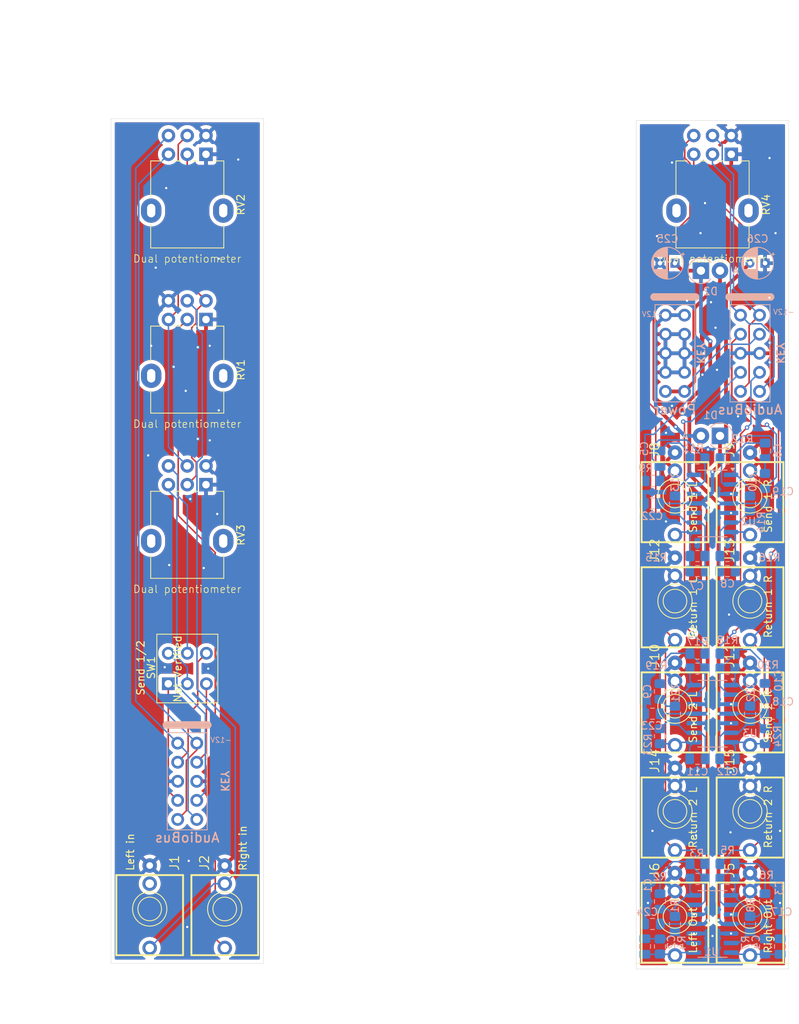
<source format=kicad_pcb>
(kicad_pcb (version 20240108) (generator "pcbnew") (generator_version "8.0")
  (layers (0 "F.Cu" signal) (31 "B.Cu" signal) (34 "B.Paste" user) (35 "F.Paste" user) (36 "B.SilkS" user "B.Silkscreen") (37 "F.SilkS" user "F.Silkscreen") (38 "B.Mask" user) (39 "F.Mask" user) (44 "Edge.Cuts" user))
  (net 0 "")
  (net 1 "Net-(C1-Pad2)")
  (net 2 "Net-(U1A--)")
  (net 3 "Net-(C2-Pad2)")
  (net 4 "Net-(U1B--)")
  (net 5 "Net-(C3-Pad2)")
  (net 6 "Net-(U1D--)")
  (net 7 "Net-(U1C--)")
  (net 8 "Net-(C4-Pad2)")
  (net 9 "Net-(U2A--)")
  (net 10 "Net-(C5-Pad2)")
  (net 11 "Net-(C6-Pad2)")
  (net 12 "Net-(U2D--)")
  (net 13 "Net-(U2B--)")
  (net 14 "Net-(C7-Pad2)")
  (net 15 "Net-(C8-Pad2)")
  (net 16 "Net-(U2C--)")
  (net 17 "Net-(U3A--)")
  (net 18 "Net-(C9-Pad2)")
  (net 19 "Net-(C10-Pad2)")
  (net 20 "Net-(U3D--)")
  (net 21 "Net-(C11-Pad2)")
  (net 22 "Net-(U3B--)")
  (net 23 "Net-(C12-Pad2)")
  (net 24 "Net-(U3C--)")
  (net 25 "GND")
  (net 26 "+12V")
  (net 27 "-12V")
  (net 28 "Net-(D1-A)")
  (net 29 "Net-(D2-A)")
  (net 31 "Net-(J1-PadT)")
  (net 32 "Net-(J2-PadT)")
  (net 33 "Ch Main R")
  (net 34 "Ch Send 2 L")
  (net 35 "Ch Send 2 R")
  (net 36 "Ch Main L")
  (net 37 "Ch Send 1 R")
  (net 38 "Ch Send 1 L")
  (net 39 "Main R")
  (net 40 "Main L")
  (net 41 "Send 2 L")
  (net 42 "Send 1 R")
  (net 43 "Send 2 R")
  (net 44 "Send 1 L")
  (net 45 "Return 1 L")
  (net 46 "Return 1 R")
  (net 47 "Net-(RV1-Pad3)")
  (net 48 "Net-(RV1-Pad4)")
  (net 49 "Net-(SW1B-B)")
  (net 50 "Net-(SW1A-B)")
  (footprint "mort_mix:PJ398SM" (layer "F.Cu") (at 94.4 155.75 90)
    (property "Reference" "J6")
    (property "Value" "Left Out")
  )
  (footprint "mort_mix:PJ398SM" (layer "F.Cu") (at 104.4 141.75 90)
    (property "Reference" "J15")
    (property "Value" "Return 2 R")
  )
  (footprint "mort_mix:PJ398SM" (layer "F.Cu") (at 94.4 141.75 90)
    (property "Reference" "J14")
    (property "Value" "Return 2 L")
  )
  (footprint "mort_mix:PJ398SM" (layer "F.Cu") (at 94.4 127.75 90)
    (property "Reference" "J10")
    (property "Value" "Send 2 L")
  )
  (footprint "mort_mix:PJ398SM" (layer "F.Cu") (at 104.4 127.75 90)
    (property "Reference" "J11")
    (property "Value" "Send 2 R")
  )
  (footprint "mort_mix:Potentiometer_Alpha_RD901F-40-00D_dual_Vertical_withhole" (layer "F.Cu") (at 99.4 61.75 -90)
    (property "Reference" "RV4")
    (property "Value" "Main Volume")
  )
  (footprint "mort_mix:Potentiometer_Alpha_RD901F-40-00D_dual_Vertical_withhole" (layer "F.Cu") (at 29.4 83.75 -90)
    (property "Reference" "RV1")
    (property "Value" "Panning")
  )
  (footprint "mort_mix:PJ398SM" (layer "F.Cu") (at 104.4 99.75 90)
    (property "Reference" "J9")
    (property "Value" "Send 1 R")
  )
  (footprint "mort_mix:PJ398SM" (layer "F.Cu") (at 24.4 154.75 90)
    (property "Reference" "J1")
    (property "Value" "Left in")
  )
  (footprint "mort_mix:Potentiometer_Alpha_RD901F-40-00D_dual_Vertical_withhole" (layer "F.Cu") (at 29.4 61.75 -90)
    (property "Reference" "RV2")
    (property "Value" "Volume")
  )
  (footprint "mort_mix:Potentiometer_Alpha_RD901F-40-00D_dual_Vertical_withhole" (layer "F.Cu") (at 29.4 105.75 -90)
    (property "Reference" "RV3")
    (property "Value" "Send")
  )
  (footprint "mort_mix:PJ398SM" (layer "F.Cu") (at 104.4 113.75 90)
    (property "Reference" "J13")
    (property "Value" "Return 1 R")
  )
  (footprint "mort_mix:PJ398SM" (layer "F.Cu") (at 104.4 155.75 90)
    (property "Reference" "J5")
    (property "Value" "Right Out")
  )
  (footprint "PCM_4ms_Switch:Switch_Toggle_DPDT_SubMini" (layer "F.Cu") (at 29.4 122.75 90)
    (property "Reference" "SW1")
    (property "Value" "Send 1/2")
  )
  (footprint "mort_mix:PJ398SM" (layer "F.Cu") (at 94.4 113.75 90)
    (property "Reference" "J12")
    (property "Value" "Return 1 L")
  )
  (footprint "mort_mix:PJ398SM" (layer "F.Cu") (at 34.4 154.75 90)
    (property "Reference" "J2")
    (property "Value" "Right in")
  )
  (footprint "mort_mix:PJ398SM" (layer "F.Cu") (at 94.4 99.75 90)
    (property "Reference" "J8")
    (property "Value" "Send 1 L")
  )
  (footprint "mort_mix:Pins_2x05_2.54mm_TH_Europower_shrouded" (layer "B.Cu") (at 104.4 80.75 180)
    (property "Reference" "J4" (hide yes))
    (property "Value" "AudioBus")
  )
  (footprint "Resistor_SMD:R_0805_2012Metric_Pad1.20x1.40mm_HandSolder" (layer "B.Cu") (at 101.4 148.75 180)
    (property "Reference" "R5")
    (property "Value" "100k")
  )
  (footprint "mort_mix:Pins_2x05_2.54mm_TH_Europower_shrouded" (layer "B.Cu") (at 94.4 80.75 180)
    (property "Reference" "J16" (hide yes))
    (property "Value" "Power")
  )
  (footprint "Capacitor_SMD:C_0805_2012Metric_Pad1.18x1.45mm_HandSolder" (layer "B.Cu") (at 90.4 159.75 -90)
    (property "Reference" "C2")
    (property "Value" "10pF")
  )
  (footprint "Resistor_SMD:R_0805_2012Metric_Pad1.20x1.40mm_HandSolder" (layer "B.Cu") (at 101.4 107.75 180)
    (property "Reference" "R16")
    (property "Value" "100k")
  )
  (footprint "Capacitor_SMD:C_0805_2012Metric_Pad1.18x1.45mm_HandSolder" (layer "B.Cu") (at 97.4 134.75 180)
    (property "Reference" "C11")
    (property "Value" "10pF")
  )
  (footprint "Resistor_SMD:R_0805_2012Metric_Pad1.20x1.40mm_HandSolder" (layer "B.Cu") (at 101.4 122.75 180)
    (property "Reference" "R20")
    (property "Value" "100k")
  )
  (footprint "Resistor_SMD:R_0805_2012Metric_Pad1.20x1.40mm_HandSolder" (layer "B.Cu") (at 94.4 128.75 -90)
    (property "Reference" "R21")
    (property "Value" "50k")
  )
  (footprint "Capacitor_SMD:C_0805_2012Metric_Pad1.18x1.45mm_HandSolder" (layer "B.Cu") (at 92.4 153.75 -90)
    (property "Reference" "C1")
    (property "Value" "10pF")
  )
  (footprint "Resistor_SMD:R_0805_2012Metric_Pad1.20x1.40mm_HandSolder" (layer "B.Cu") (at 104.4 100.75 90)
    (property "Reference" "R14")
    (property "Value" "50k")
  )
  (footprint "Capacitor_SMD:C_0805_2012Metric_Pad1.18x1.45mm_HandSolder" (layer "B.Cu") (at 91.4 128.75)
    (property "Reference" "C23")
    (property "Value" "100nF")
  )
  (footprint "Resistor_SMD:R_0805_2012Metric_Pad1.20x1.40mm_HandSolder" (layer "B.Cu") (at 97.4 107.75 180)
    (property "Reference" "R15")
    (property "Value" "100k")
  )
  (footprint "Capacitor_THT:CP_Radial_D4.0mm_P2.00mm" (layer "B.Cu") (at 94.4 68.75 180)
    (property "Reference" "C25")
    (property "Value" "10uF / 25")
  )
  (footprint "mort_mix:Pins_2x05_2.54mm_TH_Europower_shrouded" (layer "B.Cu") (at 29.4 137.75 180)
    (property "Reference" "J3" (hide yes))
    (property "Value" "AudioBus")
  )
  (footprint "Capacitor_SMD:C_0805_2012Metric_Pad1.18x1.45mm_HandSolder" (layer "B.Cu") (at 108.4 159.75 -90)
    (property "Reference" "C4")
    (property "Value" "10pF")
  )
  (footprint "Capacitor_SMD:C_0805_2012Metric_Pad1.18x1.45mm_HandSolder" (layer "B.Cu") (at 91.3625 100.75)
    (property "Reference" "C22")
    (property "Value" "100nF")
  )
  (footprint "Resistor_SMD:R_0805_2012Metric_Pad1.20x1.40mm_HandSolder" (layer "B.Cu") (at 101.4 150.75 180)
    (property "Reference" "R6")
    (property "Value" "100k")
  )
  (footprint "Capacitor_SMD:C_0805_2012Metric_Pad1.18x1.45mm_HandSolder" (layer "B.Cu") (at 101.4 134.75)
    (property "Reference" "C12")
    (property "Value" "10pF")
  )
  (footprint "Resistor_SMD:R_0805_2012Metric_Pad1.20x1.40mm_HandSolder" (layer "B.Cu") (at 97.4 120.75)
    (property "Reference" "R17")
    (property "Value" "100k")
  )
  (footprint "Resistor_SMD:R_0805_2012Metric_Pad1.20x1.40mm_HandSolder" (layer "B.Cu") (at 106.4 131.75 90)
    (property "Reference" "R24")
    (property "Value" "100k")
  )
  (footprint "Capacitor_SMD:C_0805_2012Metric_Pad1.18x1.45mm_HandSolder" (layer "B.Cu") (at 91.4 156.75)
    (property "Reference" "C24")
    (property "Value" "100nF")
  )
  (footprint "Capacitor_SMD:C_0805_2012Metric_Pad1.18x1.45mm_HandSolder" (layer "B.Cu") (at 107.4 128.75 180)
    (property "Reference" "C18")
    (property "Value" "100nF")
  )
  (footprint "Diode_THT:D_DO-41_SOD81_P2.54mm_Vertical_AnodeUp" (layer "B.Cu") (at 100.4 91.75 180)
    (property "Reference" "D1")
    (property "Value" "1N5819")
  )
  (footprint "Resistor_SMD:R_0805_2012Metric_Pad1.20x1.40mm_HandSolder" (layer "B.Cu") (at 97.4 94.75)
    (property "Reference" "R11")
    (property "Value" "100k")
  )
  (footprint "Capacitor_SMD:C_0805_2012Metric_Pad1.18x1.45mm_HandSolder" (layer "B.Cu") (at 97.4 109.75 180)
    (property "Reference" "C7")
    (property "Value" "10pF")
  )
  (footprint "Resistor_SMD:R_0805_2012Metric_Pad1.20x1.40mm_HandSolder" (layer "B.Cu") (at 91.4 97.75 180)
    (property "Reference" "R9")
    (property "Value" "100k")
  )
  (footprint "Resistor_SMD:R_0805_2012Metric_Pad1.20x1.40mm_HandSolder" (layer "B.Cu") (at 106.4 159.75 90)
    (property "Reference" "R7")
    (property "Value" "100k")
  )
  (footprint "Capacitor_SMD:C_0805_2012Metric_Pad1.18x1.45mm_HandSolder" (layer "B.Cu") (at 101.4 109.75)
    (property "Reference" "C8")
    (property "Value" "10pF")
  )
  (footprint "Resistor_SMD:R_0805_2012Metric_Pad1.20x1.40mm_HandSolder" (layer "B.Cu") (at 92.4 131.75 -90)
    (property "Reference" "R23")
    (property "Value" "100k")
  )
  (footprint "Resistor_SMD:R_0805_2012Metric_Pad1.20x1.40mm_HandSolder" (layer "B.Cu") (at 104.4 156.75 90)
    (property "Reference" "R8")
    (property "Value" "50k")
  )
  (footprint "Resistor_SMD:R_0805_2012Metric_Pad1.20x1.40mm_HandSolder" (layer "B.Cu") (at 101.4 120.75 180)
    (property "Reference" "R18")
    (property "Value" "100k")
  )
  (footprint "Capacitor_SMD:C_0805_2012Metric_Pad1.18x1.45mm_HandSolder" (layer "B.Cu") (at 92.4 125.7875 -90)
    (property "Reference" "C9")
    (property "Value" "10pF")
  )
  (footprint "Capacitor_SMD:C_0805_2012Metric_Pad1.18x1.45mm_HandSolder" (layer "B.Cu") (at 106.4 125.75 -90)
    (property "Reference" "C10")
    (property "Value" "10pF")
  )
  (footprint "Resistor_SMD:R_0805_2012Metric_Pad1.20x1.40mm_HandSolder" (layer "B.Cu") (at 97.4 150.75)
    (property "Reference" "R2")
    (property "Value" "100k")
  )
  (footprint "Diode_THT:D_DO-41_SOD81_P2.54mm_Vertical_AnodeUp" (layer "B.Cu") (at 97.86 69.75)
    (property "Reference" "D2")
    (property "Value" "1N5819")
  )
  (footprint "Package_SO:SOIC-14_3.9x8.7mm_P1.27mm" (layer "B.Cu") (at 99.4 100.75 180)
    (property "Reference" "U2")
    (property "Value" "TL074")
  )
  (footprint "Capacitor_SMD:C_0805_2012Metric_Pad1.18x1.45mm_HandSolder" (layer "B.Cu") (at 106.4 93.75 90)
    (property "Reference" "C6")
    (property "Value" "10pF")
  )
  (footprint "Capacitor_SMD:C_0805_2012Metric_Pad1.18x1.45mm_HandSolder" (layer "B.Cu") (at 106.4 153.75 -90)
    (property "Reference" "C3")
    (property "Value" "10pF")
  )
  (footprint "Resistor_SMD:R_0805_2012Metric_Pad1.20x1.40mm_HandSolder" (layer "B.Cu") (at 97.4 148.75)
    (property "Reference" "R3")
    (property "Value" "100k")
  )
  (footprint "Capacitor_SMD:C_0805_2012Metric_Pad1.18x1.45mm_HandSolder" (layer "B.Cu") (at 107.4375 100.75 180)
    (property "Reference" "C19")
    (property "Value" "100nF")
  )
  (footprint "Resistor_SMD:R_0805_2012Metric_Pad1.20x1.40mm_HandSolder" (layer "B.Cu") (at 92.4 159.75 -90)
    (property "Reference" "R4")
    (property "Value" "100k")
  )
  (footprint "Capacitor_SMD:C_0805_2012Metric_Pad1.18x1.45mm_HandSolder" (layer "B.Cu") (at 92.4 94.7875 90)
    (property "Reference" "C5")
    (property "Value" "10pF")
  )
  (footprint "Package_SO:SOIC-14_3.9x8.7mm_P1.27mm" (layer "B.Cu") (at 99.4 128.75 180)
    (property "Reference" "U3")
    (property "Value" "TL074")
  )
  (footprint "Resistor_SMD:R_0805_2012Metric_Pad1.20x1.40mm_HandSolder" (layer "B.Cu") (at 94.4 100.75 -90)
    (property "Reference" "R13")
    (property "Value" "50k")
  )
  (footprint "Resistor_SMD:R_0805_2012Metric_Pad1.20x1.40mm_HandSolder" (layer "B.Cu") (at 101.4 94.75 180)
    (property "Reference" "R12")
    (property "Value" "100k")
  )
  (footprint "Resistor_SMD:R_0805_2012Metric_Pad1.20x1.40mm_HandSolder" (layer "B.Cu") (at 104.4 128.75 90)
    (property "Reference" "R22")
    (property "Value" "50k")
  )
  (footprint "Resistor_SMD:R_0805_2012Metric_Pad1.20x1.40mm_HandSolder" (layer "B.Cu") (at 94.4 156.75 -90)
    (property "Reference" "R1")
    (property "Value" "50k")
  )
  (footprint "Resistor_SMD:R_0805_2012Metric_Pad1.20x1.40mm_HandSolder" (layer "B.Cu") (at 97.4 122.75)
    (property "Reference" "R19")
    (property "Value" "100k")
  )
  (footprint "Resistor_SMD:R_0805_2012Metric_Pad1.20x1.40mm_HandSolder" (layer "B.Cu") (at 106.4 97.75 -90)
    (property "Reference" "R10")
    (property "Value" "100k")
  )
  (footprint "Capacitor_THT:CP_Radial_D4.0mm_P2.00mm" (layer "B.Cu") (at 106.4 68.75 180)
    (property "Reference" "C26")
    (property "Value" "10uF / 25")
  )
  (footprint "Capacitor_SMD:C_0805_2012Metric_Pad1.18x1.45mm_HandSolder" (layer "B.Cu") (at 107.4 156.75 180)
    (property "Reference" "C17")
    (property "Value" "100nF")
  )
  (footprint "Package_SO:SOIC-14_3.9x8.7mm_P1.27mm" (layer "B.Cu") (at 99.4 156.75 180)
    (property "Reference" "U1")
    (property "Value" "TL074")
  )
  (gr_line (start 89.24 162) (end 109.56 162) (stroke (width 0.1)) (layer "F.SilkS"))
  (gr_rect (start 19.24 49.5) (end 39.56 162) (stroke (width 0.05)) (fill none) (layer "Edge.Cuts"))
  (gr_rect (start 89.24 49.75) (end 109.56 162.75) (stroke (width 0.05)) (fill none) (layer "Edge.Cuts"))
  (segment (start 94.4 154.490001) (end 94.4 155.75) (width 0.2) (layer "B.Cu") (net 1))
  (segment (start 95.950001 152.94) (end 94.4 154.490001) (width 0.2) (layer "B.Cu") (net 1))
  (segment (start 96.4 152.415) (end 96.925 152.94) (width 0.2) (layer "B.Cu") (net 1))
  (segment (start 96.4 150.75) (end 96.4 152.415) (width 0.2) (layer "B.Cu") (net 1))
  (segment (start 96.925 152.94) (end 95.950001 152.94) (width 0.2) (layer "B.Cu") (net 1))
  (segment (start 92.4 154.7875) (end 93.4375 154.7875) (width 0.2) (layer "B.Cu") (net 1))
  (segment (start 93.4375 154.7875) (end 94.4 155.75) (width 0.2) (layer "B.Cu") (net 1))
  (segment (start 102.4437 148.7063) (end 102.4 148.75) (width 0.2) (layer "B.Cu") (net 2))
  (segment (start 100.4 153.709999) (end 100.900001 154.21) (width 0.2) (layer "B.Cu") (net 2))
  (segment (start 102.4 148.75) (end 102.5943 148.75) (width 0.2) (layer "B.Cu") (net 2))
  (segment (start 105.3563 148.7063) (end 102.4437 148.7063) (width 0.2) (layer "B.Cu") (net 2))
  (segment (start 106.4 149.75) (end 105.3563 148.7063) (width 0.2) (layer "B.Cu") (net 2))
  (segment (start 100.4 153.709999) (end 100.4 150.75) (width 0.2) (layer "B.Cu") (net 2))
  (segment (start 100.900001 154.21) (end 101.875 154.21) (width 0.2) (layer "B.Cu") (net 2))
  (segment (start 106.4 152.7125) (end 105.861263 152.7125) (width 0.2) (layer "B.Cu") (net 2))
  (segment (start 106.4 152.7125) (end 106.4 149.75) (width 0.2) (layer "B.Cu") (net 2))
  (segment (start 100.4 150.75) (end 102.4 148.75) (width 0.2) (layer "B.Cu") (net 2))
  (segment (start 94.7843 160.56) (end 94.4 160.9443) (width 0.2) (layer "B.Cu") (net 3))
  (segment (start 94.2432 160.7875) (end 94.4 160.9443) (width 0.2) (layer "B.Cu") (net 3))
  (segment (start 90.4 160.7875) (end 94.2432 160.7875) (width 0.2) (layer "B.Cu") (net 3))
  (segment (start 96.925 160.56) (end 94.7843 160.56) (width 0.2) (layer "B.Cu") (net 3))
  (segment (start 102.86 159.29) (end 104.4 157.75) (width 0.2) (layer "B.Cu") (net 4))
  (segment (start 105.3625 158.7125) (end 104.4 157.75) (width 0.2) (layer "B.Cu") (net 4))
  (segment (start 101.875 159.29) (end 102.86 159.29) (width 0.2) (layer "B.Cu") (net 4))
  (segment (start 108.4 158.7125) (end 105.3625 158.7125) (width 0.2) (layer "B.Cu") (net 4))
  (segment (start 105.4375 155.75) (end 106.4 154.7875) (width 0.2) (layer "B.Cu") (net 5))
  (segment (start 102.4 152.415) (end 101.875 152.94) (width 0.2) (layer "B.Cu") (net 5))
  (segment (start 102.4 150.75) (end 102.4 152.415) (width 0.2) (layer "B.Cu") (net 5))
  (segment (start 104.4 155.75) (end 105.4375 155.75) (width 0.2) (layer "B.Cu") (net 5))
  (segment (start 102.220552 152.94) (end 101.875 152.94) (width 0.2) (layer "B.Cu") (net 5))
  (segment (start 104.4 155.119448) (end 102.220552 152.94) (width 0.2) (layer "B.Cu") (net 5))
  (segment (start 104.4 155.75) (end 104.4 155.119448) (width 0.2) (layer "B.Cu") (net 5))
  (segment (start 96.1 148.45) (end 96.4 148.75) (width 0.2) (layer "B.Cu") (net 6))
  (segment (start 96.4 148.75) (end 98.4 150.75) (width 0.2) (layer "B.Cu") (net 6))
  (segment (start 98.4 150.75) (end 98.4 153.709999) (width 0.2) (layer "B.Cu") (net 6))
  (segment (start 96.4 148.75) (end 96.2057 148.75) (width 0.2) (layer "B.Cu") (net 6))
  (segment (start 92.4 150.182237) (end 94.132237 148.45) (width 0.2) (layer "B.Cu") (net 6))
  (segment (start 98.4 153.709999) (end 97.899999 154.21) (width 0.2) (layer "B.Cu") (net 6))
  (segment (start 97.899999 154.21) (end 96.925 154.21) (width 0.2) (layer "B.Cu") (net 6))
  (segment (start 92.4 152.7125) (end 92.4 150.182237) (width 0.2) (layer "B.Cu") (net 6))
  (segment (start 94.132237 148.45) (end 96.1 148.45) (width 0.2) (layer "B.Cu") (net 6))
  (segment (start 96.925 159.29) (end 95.94 159.29) (width 0.2) (layer "B.Cu") (net 7))
  (segment (start 93.4375 158.7125) (end 94.4 157.75) (width 0.2) (layer "B.Cu") (net 7))
  (segment (start 90.4 158.7125) (end 93.4375 158.7125) (width 0.2) (layer "B.Cu") (net 7))
  (segment (start 95.94 159.29) (end 94.4 157.75) (width 0.2) (layer "B.Cu") (net 7))
  (segment (start 102.1025 160.7875) (end 101.875 160.56) (width 0.2) (layer "B.Cu") (net 8))
  (segment (start 108.4 160.7875) (end 102.1025 160.7875) (width 0.2) (layer "B.Cu") (net 8))
  (segment (start 107.425 92.140256) (end 107.034744 91.75) (width 0.2) (layer "B.Cu") (net 9))
  (segment (start 106.4 96.75) (end 106.4 94.7875) (width 0.2) (layer "B.Cu") (net 9))
  (segment (start 100.6 94.95) (end 100.6 97.909999) (width 0.2) (layer "B.Cu") (net 9))
  (segment (start 103.4 91.75) (end 100.4 94.75) (width 0.2) (layer "B.Cu") (net 9))
  (segment (start 106.4 94.7875) (end 107.425 93.7625) (width 0.2) (layer "B.Cu") (net 9))
  (segment (start 107.034744 91.75) (end 103.4 91.75) (width 0.2) (layer "B.Cu") (net 9))
  (segment (start 100.900001 98.21) (end 101.875 98.21) (width 0.2) (layer "B.Cu") (net 9))
  (segment (start 100.4 94.75) (end 100.6 94.95) (width 0.2) (layer "B.Cu") (net 9))
  (segment (start 107.425 93.7625) (end 107.425 92.140256) (width 0.2) (layer "B.Cu") (net 9))
  (segment (start 100.6 97.909999) (end 100.900001 98.21) (width 0.2) (layer "B.Cu") (net 9))
  (segment (start 93.4437 92.7063) (end 95.0563 92.7063) (width 0.2) (layer "B.Cu") (net 10))
  (segment (start 92.4 93.75) (end 93.4437 92.7063) (width 0.2) (layer "B.Cu") (net 10))
  (segment (start 94.4 99.119448) (end 96.579448 96.94) (width 0.2) (layer "B.Cu") (net 10))
  (segment (start 95.0563 92.7063) (end 96.4 94.05) (width 0.2) (layer "B.Cu") (net 10))
  (segment (start 96.4 94.75) (end 96.4 96.415) (width 0.2) (layer "B.Cu") (net 10))
  (segment (start 96.4 94.05) (end 96.4 94.75) (width 0.2) (layer "B.Cu") (net 10))
  (segment (start 96.4 96.415) (end 96.925 96.94) (width 0.2) (layer "B.Cu") (net 10))
  (segment (start 96.579448 96.94) (end 96.925 96.94) (width 0.2) (layer "B.Cu") (net 10))
  (segment (start 94.4 99.75) (end 94.4 99.119448) (width 0.2) (layer "B.Cu") (net 10))
  (segment (start 103.875937 92.7063) (end 102.4 94.182237) (width 0.2) (layer "B.Cu") (net 11))
  (segment (start 106.3938 92.7063) (end 103.875937 92.7063) (width 0.2) (layer "B.Cu") (net 11))
  (segment (start 102.4 94.182237) (end 102.4 94.75) (width 0.2) (layer "B.Cu") (net 11))
  (segment (start 104.4 98.75) (end 102.59 96.94) (width 0.2) (layer "B.Cu") (net 11))
  (segment (start 101.875 96.94) (end 102.4 96.415) (width 0.2) (layer "B.Cu") (net 11))
  (segment (start 102.4 96.415) (end 102.4 94.75) (width 0.2) (layer "B.Cu") (net 11))
  (segment (start 106.4 92.7125) (end 106.3938 92.7063) (width 0.2) (layer "B.Cu") (net 11))
  (segment (start 104.4 99.75) (end 104.4 98.75) (width 0.2) (layer "B.Cu") (net 11))
  (segment (start 102.59 96.94) (end 101.875 96.94) (width 0.2) (layer "B.Cu") (net 11))
  (segment (start 91.375 93.177756) (end 92.246456 92.3063) (width 0.2) (layer "B.Cu") (net 12))
  (segment (start 98.4 97.709999) (end 97.899999 98.21) (width 0.2) (layer "B.Cu") (net 12))
  (segment (start 91.375 94.8) (end 91.375 93.177756) (width 0.2) (layer "B.Cu") (net 12))
  (segment (start 92.246456 92.3063) (end 95.9563 92.3063) (width 0.2) (layer "B.Cu") (net 12))
  (segment (start 92.4 97.75) (end 92.4 95.825) (width 0.2) (layer "B.Cu") (net 12))
  (segment (start 97.899999 98.21) (end 96.925 98.21) (width 0.2) (layer "B.Cu") (net 12))
  (segment (start 98.4 94.75) (end 98.4 97.709999) (width 0.2) (layer "B.Cu") (net 12))
  (segment (start 95.9563 92.3063) (end 98.4 94.75) (width 0.2) (layer "B.Cu") (net 12))
  (segment (start 92.4 95.825) (end 91.375 94.8) (width 0.2) (layer "B.Cu") (net 12))
  (segment (start 101.875 103.29) (end 102.86 103.29) (width 0.2) (layer "B.Cu") (net 13))
  (segment (start 101.875 103.29) (end 101.529448 103.29) (width 0.2) (layer "B.Cu") (net 13))
  (segment (start 100.3625 107.7875) (end 100.4 107.75) (width 0.2) (layer "B.Cu") (net 13))
  (segment (start 100.3625 109.75) (end 100.3625 107.7875) (width 0.2) (layer "B.Cu") (net 13))
  (segment (start 102.86 103.29) (end 104.4 101.75) (width 0.2) (layer "B.Cu") (net 13))
  (segment (start 101.529448 103.29) (end 100.4 104.419448) (width 0.2) (layer "B.Cu") (net 13))
  (segment (start 100.4 104.419448) (end 100.4 107.75) (width 0.2) (layer "B.Cu") (net 13))
  (segment (start 96.3625 109.75) (end 96.3625 107.7875) (width 0.2) (layer "B.Cu") (net 14))
  (segment (start 96.4 105.085) (end 96.4 107.75) (width 0.2) (layer "B.Cu") (net 14))
  (segment (start 96.3625 107.7875) (end 96.4 107.75) (width 0.2) (layer "B.Cu") (net 14))
  (segment (start 96.925 104.56) (end 94.7843 104.56) (width 0.2) (layer "B.Cu") (net 14))
  (segment (start 96.925 104.56) (end 96.4 105.085) (width 0.2) (layer "B.Cu") (net 14))
  (segment (start 94.7843 104.56) (end 94.4 104.9443) (width 0.2) (layer "B.Cu") (net 14))
  (segment (start 104.0157 104.56) (end 104.4 104.9443) (width 0.2) (layer "B.Cu") (net 15))
  (segment (start 102.4375 105.1225) (end 101.875 104.56) (width 0.2) (layer "B.Cu") (net 15))
  (segment (start 102.4375 109.75) (end 102.4375 105.1225) (width 0.2) (layer "B.Cu") (net 15))
  (segment (start 101.875 104.56) (end 104.0157 104.56) (width 0.2) (layer "B.Cu") (net 15))
  (segment (start 95.94 103.29) (end 94.4 101.75) (width 0.2) (layer "B.Cu") (net 16))
  (segment (start 98.4 109.7125) (end 98.4375 109.75) (width 0.2) (layer "B.Cu") (net 16))
  (segment (start 98.4 103.790001) (end 98.4 107.75) (width 0.2) (layer "B.Cu") (net 16))
  (segment (start 96.925 103.29) (end 95.94 103.29) (width 0.2) (layer "B.Cu") (net 16))
  (segment (start 97.899999 103.29) (end 98.4 103.790001) (width 0.2) (layer "B.Cu") (net 16))
  (segment (start 96.925 103.29) (end 97.899999 103.29) (width 0.2) (layer "B.Cu") (net 16))
  (segment (start 98.4 107.75) (end 98.4 109.7125) (width 0.2) (layer "B.Cu") (net 16))
  (segment (start 101.529448 126.21) (end 101.875 126.21) (width 0.2) (layer "B.Cu") (net 17))
  (segment (start 102.4 120.75) (end 100.4 122.75) (width 0.2) (layer "B.Cu") (net 17))
  (segment (start 106.4 124.7125) (end 106.4 122.182237) (width 0.2) (layer "B.Cu") (net 17))
  (segment (start 100.4 125.080552) (end 101.529448 126.21) (width 0.2) (layer "B.Cu") (net 17))
  (segment (start 104.427263 120.2095) (end 102.9405 120.2095) (width 0.2) (layer "B.Cu") (net 17))
  (segment (start 100.4 122.75) (end 100.4 125.080552) (width 0.2) (layer "B.Cu") (net 17))
  (segment (start 102.9405 120.2095) (end 102.4 120.75) (width 0.2) (layer "B.Cu") (net 17))
  (segment (start 106.4 122.182237) (end 104.427263 120.2095) (width 0.2) (layer "B.Cu") (net 17))
  (segment (start 96.579448 124.94) (end 96.925 124.94) (width 0.2) (layer "B.Cu") (net 18))
  (segment (start 94.4 127.75) (end 94.4 127.119448) (width 0.2) (layer "B.Cu") (net 18))
  (segment (start 96.4 124.415) (end 96.4 122.75) (width 0.2) (layer "B.Cu") (net 18))
  (segment (start 93.325 127.75) (end 92.4 126.825) (width 0.2) (layer "B.Cu") (net 18))
  (segment (start 94.4 127.75) (end 93.325 127.75) (width 0.2) (layer "B.Cu") (net 18))
  (segment (start 94.4 127.119448) (end 96.579448 124.94) (width 0.2) (layer "B.Cu") (net 18))
  (segment (start 96.925 124.94) (end 96.4 124.415) (width 0.2) (layer "B.Cu") (net 18))
  (segment (start 105.3625 126.7875) (end 104.4 127.75) (width 0.2) (layer "B.Cu") (net 19))
  (segment (start 101.875 124.94) (end 102.849999 124.94) (width 0.2) (layer "B.Cu") (net 19))
  (segment (start 102.4 124.415) (end 102.4 122.75) (width 0.2) (layer "B.Cu") (net 19))
  (segment (start 102.849999 124.94) (end 104.4 126.490001) (width 0.2) (layer "B.Cu") (net 19))
  (segment (start 101.875 124.94) (end 102.4 124.415) (width 0.2) (layer "B.Cu") (net 19))
  (segment (start 104.4 126.490001) (end 104.4 127.75) (width 0.2) (layer "B.Cu") (net 19))
  (segment (start 106.4 126.7875) (end 105.3625 126.7875) (width 0.2) (layer "B.Cu") (net 19))
  (segment (start 92.4 122.182237) (end 92.4 124.75) (width 0.2) (layer "B.Cu") (net 20))
  (segment (start 98.4 122.75) (end 98.4 125.080552) (width 0.2) (layer "B.Cu") (net 20))
  (segment (start 96.3563 120.7063) (end 93.875937 120.7063) (width 0.2) (layer "B.Cu") (net 20))
  (segment (start 96.4 120.75) (end 96.3563 120.7063) (width 0.2) (layer "B.Cu") (net 20))
  (segment (start 98.4 125.080552) (end 97.270552 126.21) (width 0.2) (layer "B.Cu") (net 20))
  (segment (start 96.4 120.75) (end 98.4 122.75) (width 0.2) (layer "B.Cu") (net 20))
  (segment (start 93.875937 120.7063) (end 92.4 122.182237) (width 0.2) (layer "B.Cu") (net 20))
  (segment (start 97.270552 126.21) (end 96.925 126.21) (width 0.2) (layer "B.Cu") (net 20))
  (segment (start 96.3625 133.1225) (end 96.925 132.56) (width 0.2) (layer "B.Cu") (net 21))
  (segment (start 94.2057 132.75) (end 94.4 132.9443) (width 0.2) (layer "B.Cu") (net 21))
  (segment (start 92.4 132.75) (end 94.2057 132.75) (width 0.2) (layer "B.Cu") (net 21))
  (segment (start 96.925 132.56) (end 94.7843 132.56) (width 0.2) (layer "B.Cu") (net 21))
  (segment (start 94.7843 132.56) (end 94.4 132.9443) (width 0.2) (layer "B.Cu") (net 21))
  (segment (start 96.3625 134.75) (end 96.3625 133.1225) (width 0.2) (layer "B.Cu") (net 21))
  (segment (start 100.3625 131.827501) (end 100.900001 131.29) (width 0.2) (layer "B.Cu") (net 22))
  (segment (start 100.3625 134.75) (end 100.3625 131.827501) (width 0.2) (layer "B.Cu") (net 22))
  (segment (start 104.4 129.75) (end 105.4 129.75) (width 0.2) (layer "B.Cu") (net 22))
  (segment (start 102.86 131.29) (end 101.875 131.29) (width 0.2) (layer "B.Cu") (net 22))
  (segment (start 105.4 129.75) (end 106.4 130.75) (width 0.2) (layer "B.Cu") (net 22))
  (segment (start 104.4 129.75) (end 102.86 131.29) (width 0.2) (layer "B.Cu") (net 22))
  (segment (start 100.900001 131.29) (end 101.875 131.29) (width 0.2) (layer "B.Cu") (net 22))
  (segment (start 106.4 132.75) (end 104.5943 132.75) (width 0.2) (layer "B.Cu") (net 23))
  (segment (start 102.4375 134.75) (end 102.4375 133.1225) (width 0.2) (layer "B.Cu") (net 23))
  (segment (start 101.875 132.56) (end 104.0157 132.56) (width 0.2) (layer "B.Cu") (net 23))
  (segment (start 104.5943 132.75) (end 104.4 132.9443) (width 0.2) (layer "B.Cu") (net 23))
  (segment (start 104.0157 132.56) (end 104.4 132.9443) (width 0.2) (layer "B.Cu") (net 23))
  (segment (start 102.4375 133.1225) (end 101.875 132.56) (width 0.2) (layer "B.Cu") (net 23))
  (segment (start 98.4375 131.827501) (end 97.899999 131.29) (width 0.2) (layer "B.Cu") (net 24))
  (segment (start 94.4 129.75) (end 95.94 131.29) (width 0.2) (layer "B.Cu") (net 24))
  (segment (start 95.94 131.29) (end 96.925 131.29) (width 0.2) (layer "B.Cu") (net 24))
  (segment (start 93.4 129.75) (end 92.4 130.75) (width 0.2) (layer "B.Cu") (net 24))
  (segment (start 97.899999 131.29) (end 96.925 131.29) (width 0.2) (layer "B.Cu") (net 24))
  (segment (start 94.4 129.75) (end 93.4 129.75) (width 0.2) (layer "B.Cu") (net 24))
  (segment (start 98.4375 134.75) (end 98.4375 131.827501) (width 0.2) (layer "B.Cu") (net 24))
  (via (at 98.8 93.55) (size 0.6) (drill 0.3) (layers "F.Cu" "B.Cu") (net 25))
  (via (at 101.875 99.48) (size 0.6) (drill 0.3) (layers "F.Cu" "B.Cu") (net 25))
  (via (at 99.4 158.35) (size 0.6) (drill 0.3) (layers "F.Cu" "B.Cu") (net 25))
  (via (at 26.6 58.75) (size 0.6) (drill 0.3) (layers "F.Cu" "B.Cu") (net 25))
  (via (at 33.4 102.15) (size 0.6) (drill 0.3) (layers "F.Cu" "B.Cu") (net 25))
  (via (at 96.925 99.48) (size 0.6) (drill 0.3) (layers "F.Cu" "B.Cu") (net 25))
  (via (at 96.925 158.02) (size 0.6) (drill 0.3) (layers "F.Cu" "B.Cu") (net 25))
  (via (at 101.6 115.55) (size 0.6) (drill 0.3) (layers "F.Cu" "B.Cu") (net 25))
  (via (at 93.2 91.35) (size 0.6) (drill 0.3) (layers "F.Cu" "B.Cu") (net 25))
  (via (at 97.8 64.75) (size 0.6) (drill 0.3) (layers "F.Cu" "B.Cu") (net 25))
  (via (at 27.6 82.55) (size 0.6) (drill 0.3) (layers "F.Cu" "B.Cu") (net 25))
  (via (at 94 55.35) (size 0.6) (drill 0.3) (layers "F.Cu" "B.Cu") (net 25))
  (via (at 32.4 92.35) (size 0.6) (drill 0.3) (layers "F.Cu" "B.Cu") (net 25))
  (via (at 93.2 103.15) (size 0.6) (drill 0.3) (layers "F.Cu" "B.Cu") (net 25))
  (via (at 96.925 102.02) (size 0.6) (drill 0.3) (layers "F.Cu" "B.Cu") (net 25))
  (via (at 106 87.95) (size 0.6) (drill 0.3) (layers "F.Cu" "B.Cu") (net 25))
  (via (at 91.4 144.35) (size 0.6) (drill 0.3) (layers "F.Cu" "B.Cu") (net 25))
  (via (at 96.925 155.48) (size 0.6) (drill 0.3) (layers "F.Cu" "B.Cu") (net 25))
  (via (at 90.8 153.95) (size 0.6) (drill 0.3) (layers "F.Cu" "B.Cu") (net 25))
  (via (at 101.8 136.55) (size 0.6) (drill 0.3) (layers "F.Cu" "B.Cu") (net 25))
  (via (at 101.8 105.55) (size 0.6) (drill 0.3) (layers "F.Cu" "B.Cu") (net 25))
  (via (at 101.8 144.55) (size 0.6) (drill 0.3) (layers "F.Cu" "B.Cu") (net 25))
  (via (at 98.05962 83.60962) (size 0.6) (drill 0.3) (layers "F.Cu" "B.Cu") (net 25))
  (via (at 26.4 122.55) (size 0.6) (drill 0.3) (layers "F.Cu" "B.Cu") (net 25))
  (via (at 33.6 68.15) (size 0.6) (drill 0.3) (layers "F.Cu" "B.Cu") (net 25))
  (via (at 96.925 127.48) (size 0.6) (drill 0.3) (layers "F.Cu" "B.Cu") (net 25))
  (via (at 97.2 144.95) (size 0.6) (drill 0.3) (layers "F.Cu" "B.Cu") (net 25))
  (via (at 30.8 92.15) (size 0.6) (drill 0.3) (layers "F.Cu" "B.Cu") (net 25))
  (via (at 100 82.95) (size 0.6) (drill 0.3) (layers "F.Cu" "B.Cu") (net 25))
  (via (at 25.2 69.35) (size 0.6) (drill 0.3) (layers "F.Cu" "B.Cu") (net 25))
  (via (at 108.4 144.35) (size 0.6) (drill 0.3) (layers "F.Cu" "B.Cu") (net 25))
  (via (at 99.2 73.95) (size 0.6) (drill 0.3) (layers "F.Cu" "B.Cu") (net 25))
  (via (at 101.875 158.02) (size 0.6) (drill 0.3) (layers "F.Cu" "B.Cu") (net 25))
  (via (at 107 79.35) (size 0.6) (drill 0.3) (layers "F.Cu" "B.Cu") (net 25))
  (via (at 31.6 109.35) (size 0.6) (drill 0.3) (layers "F.Cu" "B.Cu") (net 25))
  (via (at 29.8 100.15) (size 0.6) (drill 0.3) (layers "F.Cu" "B.Cu") (net 25))
  (via (at 96 73.75) (size 0.6) (drill 0.3) (layers "F.Cu" "B.Cu") (net 25))
  (via (at 98.4 60.75) (size 0.6) (drill 0.3) (layers "F.Cu" "B.Cu") (net 25))
  (via (at 97 114.95) (size 0.6) (drill 0.3) (layers "F.Cu" "B.Cu") (net 25))
  (via (at 94 87.75) (size 0.6) (drill 0.3) (layers "F.Cu" "B.Cu") (net 25))
  (via (at 29.2 85.75) (size 0.6) (drill 0.3) (layers "F.Cu" "B.Cu") (net 25))
  (via (at 24.2 94.35) (size 0.6) (drill 0.3) (layers "F.Cu" "B.Cu") (net 25))
  (via (at 107 54.75) (size 0.6) (drill 0.3) (layers "F.Cu" "B.Cu") (net 25))
  (via (at 101.875 155.48) (size 0.6) (drill 0.3) (layers "F.Cu" "B.Cu") (net 25))
  (via (at 108.4 153.95) (size 0.6) (drill 0.3) (layers "F.Cu" "B.Cu") (net 25))
  (via (at 97.2 105.95) (size 0.6) (drill 0.3) (layers "F.Cu" "B.Cu") (net 25))
  (via (at 107.8 64.75) (size 0.6) (drill 0.3) (layers "F.Cu" "B.Cu") (net 25))
  (via (at 96.925 130.02) (size 0.6) (drill 0.3) (layers "F.Cu" "B.Cu") (net 25))
  (via (at 99.8 77.35) (size 0.6) (drill 0.3) (layers "F.Cu" "B.Cu") (net 25))
  (via (at 101.875 127.48) (size 0.6) (drill 0.3) (layers "F.Cu" "B.Cu") (net 25))
  (via (at 107 73.35) (size 0.6) (drill 0.3) (layers "F.Cu" "B.Cu") (net 25))
  (via (at 32.2 122.75) (size 0.6) (drill 0.3) (layers "F.Cu" "B.Cu") (net 25))
  (via (at 29.4 157.15) (size 0.6) (drill 0.3) (layers "F.Cu" "B.Cu") (net 25))
  (via (at 32.4 79.75) (size 0.6) (drill 0.3) (layers "F.Cu" "B.Cu") (net 25))
  (via (at 101.875 102.02) (size 0.6) (drill 0.3) (layers "F.Cu" "B.Cu") (net 25))
  (via (at 27 108.95) (size 0.6) (drill 0.3) (layers "F.Cu" "B.Cu") (net 25))
  (via (at 24.6 79.75) (size 0.6) (drill 0.3) (layers "F.Cu" "B.Cu") (net 25))
  (via (at 92 65.15) (size 0.6) (drill 0.3) (layers "F.Cu" "B.Cu") (net 25))
  (via (at 95.4 88.75) (size 0.6) (drill 0.3) (layers "F.Cu" "B.Cu") (net 25))
  (via (at 107 81.95) (size 0.6) (drill 0.3) (layers "F.Cu" "B.Cu") (net 25))
  (via (at 30.8 79.95) (size 0.6) (drill 0.3) (layers "F.Cu" "B.Cu") (net 25))
  (via (at 97.4 136.35) (size 0.6) (drill 0.3) (layers "F.Cu" "B.Cu") (net 25))
  (via (at 33.6 88.35) (size 0.6) (drill 0.3) (layers "F.Cu" "B.Cu") (net 25))
  (via (at 36.2 54.95) (size 0.6) (drill 0.3) (layers "F.Cu" "B.Cu") (net 25))
  (via (at 102.8 89.15) (size 0.6) (drill 0.3) (layers "F.Cu" "B.Cu") (net 25))
  (via (at 29.6 148.35) (size 0.6) (drill 0.3) (layers "F.Cu" "B.Cu") (net 25))
  (via (at 101.875 130.02) (size 0.6) (drill 0.3) (layers "F.Cu" "B.Cu") (net 25))
  (via (at 98.2 80.75) (size 0.6) (drill 0.3) (layers "F.Cu" "B.Cu") (net 25))
  (segment (start 97.86 69.75) (end 95.4 69.75) (width 0.5) (layer "F.Cu") (net 26))
  (segment (start 100.2 100.75) (end 96.31 96.86) (width 0.5) (layer "F.Cu") (net 26))
  (segment (start 96.31 96.86) (end 96.31 87.04) (width 0.5) (layer "F.Cu") (net 26))
  (segment (start 96.31 87.04) (end 99.1 84.25) (width 0.5) (layer "F.Cu") (net 26))
  (segment (start 95.4 69.75) (end 94.4 68.75) (width 0.5) (layer "F.Cu") (net 26))
  (segment (start 99.1 84.25) (end 99.1 79.15) (width 0.5) (layer "F.Cu") (net 26))
  (segment (start 100.2 128.75) (end 100.2 156.249984) (width 0.5) (layer "F.Cu") (net 26))
  (segment (start 100.2 100.75) (end 100.2 128.75) (width 0.5) (layer "F.Cu") (net 26))
  (via (at 99.1 79.15) (size 0.6) (drill 0.3) (layers "F.Cu" "B.Cu") (net 26))
  (via (at 100.2 128.75) (size 0.6) (drill 0.3) (layers "F.Cu" "B.Cu") (net 26))
  (via (at 100.2 100.75) (size 0.6) (drill 0.3) (layers "F.Cu" "B.Cu") (net 26))
  (via (at 100.2 156.249984) (size 0.6) (drill 0.3) (layers "F.Cu" "B.Cu") (net 26))
  (segment (start 101.875 128.75) (end 106.3625 128.75) (width 0.2) (layer "B.Cu") (net 26))
  (segment (start 100.700016 156.75) (end 100.2 156.249984) (width 0.5) (layer "B.Cu") (net 26))
  (segment (start 101.875 156.75) (end 106.3625 156.75) (width 0.2) (layer "B.Cu") (net 26))
  (segment (start 97.86 77.91) (end 97.86 69.75) (width 0.5) (layer "B.Cu") (net 26))
  (segment (start 101.875 156.75) (end 100.700016 156.75) (width 0.5) (layer "B.Cu") (net 26))
  (segment (start 101.875 100.75) (end 106.4 100.75) (width 0.2) (layer "B.Cu") (net 26))
  (segment (start 101.875 100.75) (end 100.2 100.75) (width 0.5) (layer "B.Cu") (net 26))
  (segment (start 99.1 79.15) (end 97.86 77.91) (width 0.5) (layer "B.Cu") (net 26))
  (segment (start 100.2 128.75) (end 101.875 128.75) (width 0.5) (layer "B.Cu") (net 26))
  (segment (start 100.4 95.549998) (end 99.4 96.549998) (width 0.5) (layer "F.Cu") (net 27))
  (segment (start 98.75 101.3) (end 98.75 128.75) (width 0.5) (layer "F.Cu") (net 27))
  (segment (start 100.4 91.75) (end 100.4 95.549998) (width 0.5) (layer "F.Cu") (net 27))
  (segment (start 100.4 91.75) (end 101.2 90.95) (width 0.5) (layer "F.Cu") (net 27))
  (segment (start 101.2 71.95) (end 104.4 68.75) (width 0.5) (layer "F.Cu") (net 27))
  (segment (start 98.75 128.75) (end 98.75 156.3) (width 0.5) (layer "F.Cu") (net 27))
  (segment (start 101.2 90.95) (end 101.2 71.95) (width 0.5) (layer "F.Cu") (net 27))
  (via (at 98.75 128.75) (size 0.6) (drill 0.3) (layers "F.Cu" "B.Cu") (net 27))
  (via (at 98.75 101.3) (size 0.6) (drill 0.3) (layers "F.Cu" "B.Cu") (net 27))
  (via (at 98.75 156.3) (size 0.6) (drill 0.3) (layers "F.Cu" "B.Cu") (net 27))
  (via (at 99.4 96.549998) (size 0.6) (drill 0.3) (layers "F.Cu" "B.Cu") (net 27))
  (segment (start 96.925 128.75) (end 92.4375 128.75) (width 0.2) (layer "B.Cu") (net 27))
  (segment (start 96.925 100.75) (end 92.4 100.75) (width 0.2) (layer "B.Cu") (net 27))
  (segment (start 98.75 101.3) (end 98.8 101.35) (width 0.5) (layer "B.Cu") (net 27))
  (segment (start 99.4 99.249999) (end 99.4 96.549998) (width 0.5) (layer "B.Cu") (net 27))
  (segment (start 98.75 128.75) (end 96.925 128.75) (width 0.5) (layer "B.Cu") (net 27))
  (segment (start 96.925 100.75) (end 97.899999 100.75) (width 0.5) (layer "B.Cu") (net 27))
  (segment (start 96.925 156.75) (end 92.4375 156.75) (width 0.2) (layer "B.Cu") (net 27))
  (segment (start 97.899999 100.75) (end 98.2 100.75) (width 0.5) (layer "B.Cu") (net 27))
  (segment (start 98.3 156.75) (end 98.75 156.3) (width 0.5) (layer "B.Cu") (net 27))
  (segment (start 96.925 156.75) (end 98.3 156.75) (width 0.5) (layer "B.Cu") (net 27))
  (segment (start 98.2 100.75) (end 98.75 101.3) (width 0.5) (layer "B.Cu") (net 27))
  (segment (start 97.899999 100.75) (end 99.4 99.249999) (width 0.5) (layer "B.Cu") (net 27))
  (segment (start 94.5 90.55) (end 92.49038 88.54038) (width 0.5) (layer "F.Cu") (net 28))
  (via (at 94.5 90.55) (size 0.6) (drill 0.3) (layers "F.Cu" "B.Cu") (net 28))
  (via (at 92.49038 88.54038) (size 0.6) (drill 0.3) (layers "F.Cu" "B.Cu") (net 28))
  (segment (start 93.13 75.67) (end 95.67 75.67) (width 0.5) (layer "B.Cu") (net 28))
  (segment (start 97.86 91.75) (end 95.7 91.75) (width 0.5) (layer "B.Cu") (net 28))
  (segment (start 95.7 91.75) (end 94.5 90.55) (width 0.5) (layer "B.Cu") (net 28))
  (segment (start 93.13 75.67) (end 91.83 76.97) (width 0.5) (layer "B.Cu") (net 28))
  (segment (start 91.83 76.97) (end 91.83 87.88) (width 0.5) (layer "B.Cu") (net 28))
  (segment (start 91.83 87.88) (end 92.49038 88.54038) (width 0.5) (layer "B.Cu") (net 28))
  (segment (start 100.4 71.305634) (end 96.97 74.735634) (width 0.5) (layer "F.Cu") (net 29))
  (segment (start 96.97 84.53) (end 95.67 85.83) (width 0.5) (layer "F.Cu") (net 29))
  (segment (start 95.67 85.83) (end 93.13 85.83) (width 0.5) (layer "F.Cu") (net 29))
  (segment (start 96.97 74.735634) (end 96.97 84.53) (width 0.5) (layer "F.Cu") (net 29))
  (segment (start 100.4 69.75) (end 100.4 71.305634) (width 0.5) (layer "F.Cu") (net 29))
  (segment (start 34.4 151.3845) (end 32.9598 151.3845) (width 0.2) (layer "B.Cu") (net 31))
  (segment (start 32.9598 151.3845) (end 24.4 159.9443) (width 0.2) (layer "B.Cu") (net 31))
  (segment (start 31.4 78.15) (end 31.4 94.552943) (width 0.2) (layer "B.Cu") (net 31))
  (segment (start 30.7 125.45) (end 35.8 130.55) (width 0.2) (layer "B.Cu") (net 31))
  (segment (start 35.8 149.9845) (end 34.4 151.3845) (width 0.2) (layer "B.Cu") (net 31))
  (segment (start 30.7 95.252943) (end 30.7 125.45) (width 0.2) (layer "B.Cu") (net 31))
  (segment (start 31.4 94.552943) (end 30.7 95.252943) (width 0.2) (layer "B.Cu") (net 31))
  (segment (start 30.7 77.45) (end 31.4 78.15) (width 0.2) (layer "B.Cu") (net 31))
  (segment (start 35.8 130.55) (end 35.8 149.9845) (width 0.2) (layer "B.Cu") (net 31))
  (segment (start 29.4 73.75) (end 30.7 75.05) (width 0.2) (layer "B.Cu") (net 31))
  (segment (start 30.7 75.05) (end 30.7 77.45) (width 0.2) (layer "B.Cu") (net 31))
  (segment (start 34.4 159.9443) (end 33.1348 158.6791) (width 0.2) (layer "F.Cu") (net 32))
  (segment (start 28.2 102.357595) (end 28.2 77.45) (width 0.2) (layer "F.Cu") (net 32))
  (segment (start 33.1348 158.6791) (end 33.1348 107.292395) (width 0.2) (layer "F.Cu") (net 32))
  (segment (start 28.2 77.45) (end 29.4 76.25) (width 0.2) (layer "F.Cu") (net 32))
  (segment (start 33.1348 107.292395) (end 28.2 102.357595) (width 0.2) (layer "F.Cu") (net 32))
  (segment (start 30.67 142.83) (end 29.52 141.68) (width 0.2) (layer "B.Cu") (net 33))
  (segment (start 28.13 132.67) (end 22.54 127.08) (width 0.2) (layer "B.Cu") (net 33))
  (segment (start 22.54 127.08) (end 22.54 56.11) (width 0.2) (layer "B.Cu") (net 33))
  (segment (start 29.52 141.68) (end 29.52 134.06) (width 0.2) (layer "B.Cu") (net 33))
  (segment (start 22.54 56.11) (end 26.9 51.75) (width 0.2) (layer "B.Cu") (net 33))
  (segment (start 29.52 134.06) (end 28.13 132.67) (width 0.2) (layer "B.Cu") (net 33))
  (segment (start 26.875 139.035) (end 28.13 140.29) (width 0.2) (layer "F.Cu") (net 34))
  (segment (start 26.875 124.76) (end 26.875 139.035) (width 0.2) (layer "F.Cu") (net 34))
  (segment (start 31.82 128.791346) (end 31.82 139.14) (width 0.2) (layer "B.Cu") (net 35))
  (segment (start 31.82 139.14) (end 30.67 140.29) (width 0.2) (layer "B.Cu") (net 35))
  (segment (start 28.025 124.996346) (end 31.82 128.791346) (width 0.2) (layer "B.Cu") (net 35))
  (segment (start 26.875 120.7) (end 28.025 121.85) (width 0.2) (layer "B.Cu") (net 35))
  (segment (start 28.025 121.85) (end 28.025 124.996346) (width 0.2) (layer "B.Cu") (net 35))
  (segment (start 29.28 134.973654) (end 29.28 141.68) (width 0.2) (layer "F.Cu") (net 36))
  (segment (start 30.67 132.67) (end 30.67 133.583654) (width 0.2) (layer "F.Cu") (net 36))
  (segment (start 30.67 133.583654) (end 29.28 134.973654) (width 0.2) (layer "F.Cu") (net 36))
  (segment (start 29.28 141.68) (end 28.13 142.83) (width 0.2) (layer "F.Cu") (net 36))
  (segment (start 22.94 58.21) (end 22.94 124.94) (width 0.2) (layer "B.Cu") (net 36))
  (segment (start 22.94 124.94) (end 30.67 132.67) (width 0.2) (layer "B.Cu") (net 36))
  (segment (start 26.9 54.25) (end 22.94 58.21) (width 0.2) (layer "B.Cu") (net 36))
  (segment (start 28.13 135.21) (end 29.52 133.82) (width 0.2) (layer "F.Cu") (net 37))
  (segment (start 29.52 128.821346) (end 30.805 127.536346) (width 0.2) (layer "F.Cu") (net 37))
  (segment (start 29.52 133.82) (end 29.52 128.821346) (width 0.2) (layer "F.Cu") (net 37))
  (segment (start 30.805 121.85) (end 31.955 120.7) (width 0.2) (layer "F.Cu") (net 37))
  (segment (start 30.805 127.536346) (end 30.805 121.85) (width 0.2) (layer "F.Cu") (net 37))
  (segment (start 31.955 124.76) (end 31.955 133.925) (width 0.2) (layer "F.Cu") (net 38))
  (segment (start 31.955 133.925) (end 30.67 135.21) (width 0.2) (layer "F.Cu") (net 38))
  (segment (start 107.6 78.513654) (end 105.906346 76.82) (width 0.2) (layer "B.Cu") (net 39))
  (segment (start 101.8 74.34) (end 103.13 75.67) (width 0.2) (layer "B.Cu") (net 39))
  (segment (start 99.4 54.25) (end 99.4 55.522792) (width 0.2) (layer "B.Cu") (net 39))
  (segment (start 105.906346 76.82) (end 104.28 76.82) (width 0.2) (layer "B.Cu") (net 39))
  (segment (start 107.6 83.9) (end 107.6 78.513654) (width 0.2) (layer "B.Cu") (net 39))
  (segment (start 101.8 57.922792) (end 101.8 74.34) (width 0.2) (layer "B.Cu") (net 39))
  (segment (start 104.28 76.82) (end 103.13 75.67) (width 0.2) (layer "B.Cu") (net 39))
  (segment (start 99.4 55.522792) (end 101.8 57.922792) (width 0.2) (layer "B.Cu") (net 39))
  (segment (start 105.67 85.83) (end 107.6 83.9) (width 0.2) (layer "B.Cu") (net 39))
  (segment (start 103.13 85.83) (end 104.28 84.68) (width 0.2) (layer "F.Cu") (net 40))
  (segment (start 104.28 77.06) (end 105.67 75.67) (width 0.2) (layer "F.Cu") (net 40))
  (segment (start 104.28 84.68) (end 104.28 77.06) (width 0.2) (layer "F.Cu") (net 40))
  (segment (start 102.2 72.2) (end 102.2 56.95) (width 0.2) (layer "B.Cu") (net 40))
  (segment (start 100.7 53.05) (end 99.4 51.75) (width 0.2) (layer "B.Cu") (net 40))
  (segment (start 105.67 75.67) (end 102.2 72.2) (width 0.2) (layer "B.Cu") (net 40))
  (segment (start 102.2 56.95) (end 100.7 55.45) (width 0.2) (layer "B.Cu") (net 40))
  (segment (start 100.7 55.45) (end 100.7 53.05) (width 0.2) (layer "B.Cu") (net 40))
  (segment (start 95.6652 117.0152) (end 96.7 118.05) (width 0.2) (layer "F.Cu") (net 41))
  (segment (start 95.6652 90.0152) (end 95.6652 117.0152) (width 0.2) (layer "F.Cu") (net 41))
  (segment (start 95.5 89.85) (end 95.6652 90.0152) (width 0.2) (layer "F.Cu") (net 41))
  (via (at 95.5 89.85) (size 0.6) (drill 0.3) (layers "F.Cu" "B.Cu") (net 41))
  (via (at 96.7 118.05) (size 0.6) (drill 0.3) (layers "F.Cu" "B.Cu") (net 41))
  (segment (start 96.57 89.85) (end 95.5 89.85) (width 0.2) (layer "B.Cu") (net 41))
  (segment (start 103.13 83.29) (end 96.57 89.85) (width 0.2) (layer "B.Cu") (net 41))
  (segment (start 96.7 118.05) (end 98.4 119.75) (width 0.2) (layer "B.Cu") (net 41))
  (segment (start 98.4 119.75) (end 98.4 120.75) (width 0.2) (layer "B.Cu") (net 41))
  (segment (start 103.13 78.21) (end 101.98 79.36) (width 0.2) (layer "F.Cu") (net 42))
  (segment (start 106 90.45) (end 106.46538 90.45) (width 0.2) (layer "F.Cu") (net 42))
  (segment (start 101.98 79.36) (end 101.98 86.43) (width 0.2) (layer "F.Cu") (net 42))
  (segment (start 106.46538 90.45) (end 106.65 90.26538) (width 0.2) (layer "F.Cu") (net 42))
  (segment (start 101.98 86.43) (end 106 90.45) (width 0.2) (layer "F.Cu") (net 42))
  (via (at 106.65 90.26538) (size 0.6) (drill 0.3) (layers "F.Cu" "B.Cu") (net 42))
  (segment (start 107.9 91.51538) (end 106.65 90.26538) (width 0.2) (layer "B.Cu") (net 42))
  (segment (start 107.9 97.25) (end 107.9 91.51538) (width 0.2) (layer "B.Cu") (net 42))
  (segment (start 106.4 98.75) (end 107.9 97.25) (width 0.2) (layer "B.Cu") (net 42))
  (segment (start 103.1348 91.5152) (end 103.1348 117.0152) (width 0.2) (layer "F.Cu") (net 43))
  (segment (start 104 90.65) (end 103.1348 91.5152) (width 0.2) (layer "F.Cu") (net 43))
  (segment (start 103.1348 117.0152) (end 102.3 117.85) (width 0.2) (layer "F.Cu") (net 43))
  (via (at 102.3 117.85) (size 0.6) (drill 0.3) (layers "F.Cu" "B.Cu") (net 43))
  (via (at 104 90.65) (size 0.6) (drill 0.3) (layers "F.Cu" "B.Cu") (net 43))
  (segment (start 105.67 83.29) (end 104.52 84.44) (width 0.2) (layer "B.Cu") (net 43))
  (segment (start 104.52 84.44) (end 104.52 90.13) (width 0.2) (layer "B.Cu") (net 43))
  (segment (start 102.3 117.85) (end 100.4 119.75) (width 0.2) (layer "B.Cu") (net 43))
  (segment (start 100.4 119.75) (end 100.4 120.75) (width 0.2) (layer "B.Cu") (net 43))
  (segment (start 104.52 90.13) (end 104 90.65) (width 0.2) (layer "B.Cu") (net 43))
  (segment (start 104.33 79.55) (end 105.67 78.21) (width 0.2) (layer "B.Cu") (net 44))
  (segment (start 91.576346 91.55) (end 96.82 86.306346) (width 0.2) (layer "B.Cu") (net 44))
  (segment (start 90.4 97.75) (end 90.4 91.55) (width 0.2) (layer "B.Cu") (net 44))
  (segment (start 96.82 86.306346) (end 96.82 83.93) (width 0.2) (layer "B.Cu") (net 44))
  (segment (start 96.82 83.93) (end 101.2 79.55) (width 0.2) (layer "B.Cu") (net 44))
  (segment (start 101.2 79.55) (end 104.33 79.55) (width 0.2) (layer "B.Cu") (net 44))
  (segment (start 90.4 91.55) (end 91.576346 91.55) (width 0.2) (layer "B.Cu") (net 44))
  (segment (start 90.8 74.25) (end 93.5 71.55) (width 0.2) (layer "F.Cu") (net 45))
  (segment (start 95.7 52.95) (end 96.9 51.75) (width 0.2) (layer "F.Cu") (net 45))
  (segment (start 91.84038 116.38468) (end 91.84038 88.271141) (width 0.2) (layer "F.Cu") (net 45))
  (segment (start 93.5 65.457595) (end 96.4 62.557595) (width 0.2) (layer "F.Cu") (net 45))
  (segment (start 94.4 146.9443) (end 93.1348 145.6791) (width 0.2) (layer "F.Cu") (net 45))
  (segment (start 93.1348 120.2095) (end 94.4 118.9443) (width 0.2) (layer "F.Cu") (net 45))
  (segment (start 96.4 55.447057) (end 95.7 54.747057) (width 0.2) (layer "F.Cu") (net 45))
  (segment (start 90.8 87.230761) (end 90.8 74.25) (width 0.2) (layer "F.Cu") (net 45))
  (segment (start 94.4 118.9443) (end 91.84038 116.38468) (width 0.2) (layer "F.Cu") (net 45))
  (segment (start 95.7 54.747057) (end 95.7 52.95) (width 0.2) (layer "F.Cu") (net 45))
  (segment (start 96.4 62.557595) (end 96.4 55.447057) (width 0.2) (layer "F.Cu") (net 45))
  (segment (start 93.5 71.55) (end 93.5 65.457595) (width 0.2) (layer "F.Cu") (net 45))
  (segment (start 91.84038 88.271141) (end 90.8 87.230761) (width 0.2) (layer "F.Cu") (net 45))
  (segment (start 93.1348 145.6791) (end 93.1348 120.2095) (width 0.2) (layer "F.Cu") (net 45))
  (segment (start 98.4 148.75) (end 96.5943 146.9443) (width 0.2) (layer "B.Cu") (net 45))
  (segment (start 96.5943 146.9443) (end 94.4 146.9443) (width 0.2) (layer "B.Cu") (net 45))
  (segment (start 108.2 106.45) (end 108.2 68.55) (width 0.2) (layer "F.Cu") (net 46))
  (segment (start 107.2 107.45) (end 108.2 106.45) (width 0.2) (layer "F.Cu") (net 46))
  (segment (start 108.2 68.55) (end 96.9 57.25) (width 0.2) (layer "F.Cu") (net 46))
  (segment (start 96.9 57.25) (end 96.9 54.25) (width 0.2) (layer "F.Cu") (net 46))
  (segment (start 106.3 120.8443) (end 104.4 118.9443) (width 0.2) (layer "F.Cu") (net 46))
  (segment (start 106.3 145.0443) (end 106.3 120.8443) (width 0.2) (layer "F.Cu") (net 46))
  (segment (start 104.4 146.9443) (end 106.3 145.0443) (width 0.2) (layer "F.Cu") (net 46))
  (via (at 107.2 107.45) (size 0.6) (drill 0.3) (layers "F.Cu" "B.Cu") (net 46))
  (segment (start 107.2 116.1443) (end 107.2 107.45) (width 0.2) (layer "B.Cu") (net 46))
  (segment (start 107.2 107.45) (end 107.2 107.65) (width 0.2) (layer "B.Cu") (net 46))
  (segment (start 100.4 148.75) (end 102.2057 146.9443) (width 0.2) (layer "B.Cu") (net 46))
  (segment (start 102.2057 146.9443) (end 104.4 146.9443) (width 0.2) (layer "B.Cu") (net 46))
  (segment (start 104.4 118.9443) (end 107.2 116.1443) (width 0.2) (layer "B.Cu") (net 46))
  (segment (start 26.9 76.25) (end 28.2 74.95) (width 0.2) (layer "F.Cu") (net 47))
  (segment (start 28.2 74.95) (end 28.2 52.95) (width 0.2) (layer "F.Cu") (net 47))
  (segment (start 28.2 52.95) (end 29.4 51.75) (width 0.2) (layer "F.Cu") (net 47))
  (segment (start 26.9 76.25) (end 26.9 93.25) (width 0.2) (layer "B.Cu") (net 47))
  (segment (start 26.9 93.25) (end 29.4 95.75) (width 0.2) (layer "B.Cu") (net 47))
  (segment (start 30.6 75.05) (end 31.9 73.75) (width 0.2) (layer "F.Cu") (net 48))
  (segment (start 30 77.347057) (end 30.6 76.747057) (width 0.2) (layer "F.Cu") (net 48))
  (segment (start 30.6 95.252943) (end 30 94.652943) (width 0.2) (layer "F.Cu") (net 48))
  (segment (start 29.4 98.25) (end 30.6 97.05) (width 0.2) (layer "F.Cu") (net 48))
  (segment (start 29.4 54.25) (end 29.4 71.25) (width 0.2) (layer "F.Cu") (net 48))
  (segment (start 30 94.652943) (end 30 77.347057) (width 0.2) (layer "F.Cu") (net 48))
  (segment (start 30.6 97.05) (end 30.6 95.252943) (width 0.2) (layer "F.Cu") (net 48))
  (segment (start 30.6 76.747057) (end 30.6 75.05) (width 0.2) (layer "F.Cu") (net 48))
  (segment (start 29.4 71.25) (end 31.9 73.75) (width 0.2) (layer "F.Cu") (net 48))
  (segment (start 29.415 120.7) (end 29.415 120.335) (width 0.2) (layer "B.Cu") (net 49))
  (segment (start 29.415 120.7) (end 29.415 100.999314) (width 0.2) (layer "B.Cu") (net 49))
  (segment (start 28.1 99.684314) (end 28.1 96.95) (width 0.2) (layer "B.Cu") (net 49))
  (segment (start 29.415 120.335) (end 29.8 119.95) (width 0.2) (layer "B.Cu") (net 49))
  (segment (start 28.1 96.95) (end 26.9 95.75) (width 0.2) (layer "B.Cu") (net 49))
  (segment (start 29.415 100.999314) (end 28.1 99.684314) (width 0.2) (layer "B.Cu") (net 49))
  (segment (start 28.025 100.175) (end 26.9 99.05) (width 0.2) (layer "B.Cu") (net 50))
  (segment (start 28.025 121.176346) (end 28.025 100.175) (width 0.2) (layer "B.Cu") (net 50))
  (segment (start 29.415 124.76) (end 29.415 122.566346) (width 0.2) (layer "B.Cu") (net 50))
  (segment (start 29.415 122.566346) (end 28.025 121.176346) (width 0.2) (layer "B.Cu") (net 50))
  (segment (start 26.9 99.05) (end 26.9 98.25) (width 0.2) (layer "B.Cu") (net 50))
  (zone (net 25) (net_name "GND") (layers "F&B.Cu") (connect_pads (clearance 0.5)) (min_thickness 0.25) (fill yes (thermal_gap 0.5) (thermal_bridge_width 0.5))
    (polygon (pts (xy 89.2 162.75) (xy 109.6 162.75) (xy 109.6 49.75) (xy 89.2 49.75)))
  )
  (zone (net 25) (net_name "GND") (layers "F&B.Cu") (priority 1) (connect_pads (clearance 0.5)) (min_thickness 0.25) (fill yes (thermal_gap 0.5) (thermal_bridge_width 0.5))
    (polygon (pts (xy 19.2 49.55) (xy 39.6 49.55) (xy 39.6 161.95) (xy 19.2 161.95)))
  )
)
</source>
